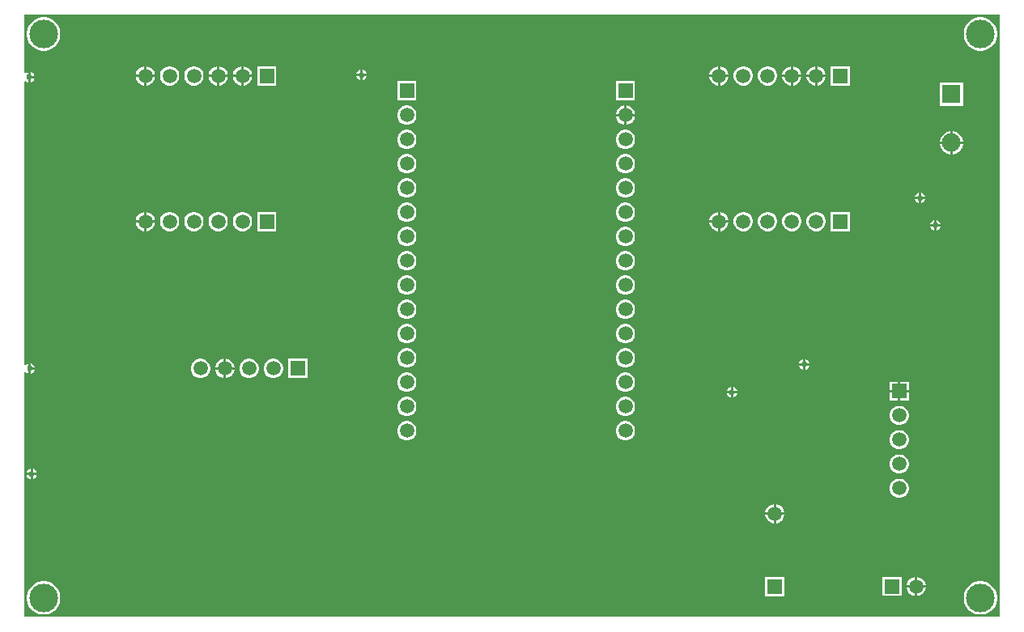
<source format=gbl>
G04*
G04 #@! TF.GenerationSoftware,Altium Limited,Altium Designer,22.8.2 (66)*
G04*
G04 Layer_Physical_Order=2*
G04 Layer_Color=16711680*
%FSLAX44Y44*%
%MOMM*%
G71*
G04*
G04 #@! TF.SameCoordinates,AD83E0BB-F914-43FB-B5B6-00057FB2F5A7*
G04*
G04*
G04 #@! TF.FilePolarity,Positive*
G04*
G01*
G75*
%ADD36C,3.0000*%
%ADD37R,1.9500X1.9500*%
%ADD38C,1.9500*%
%ADD39R,1.5000X1.5000*%
%ADD40C,1.5000*%
%ADD41R,1.5000X1.5000*%
%ADD42C,0.6000*%
G36*
X1030000Y10000D02*
X10000D01*
Y265889D01*
X11270Y266415D01*
X12419Y265267D01*
X14287Y264493D01*
Y269963D01*
Y275434D01*
X12419Y274660D01*
X11270Y273511D01*
X10000Y274037D01*
Y570369D01*
X11270Y570895D01*
X11862Y570303D01*
X13730Y569530D01*
Y575000D01*
Y580470D01*
X11862Y579697D01*
X11270Y579105D01*
X10000Y579631D01*
Y640000D01*
X1030000D01*
Y10000D01*
D02*
G37*
%LPC*%
G36*
X1011728Y637540D02*
X1008272D01*
X1004884Y636866D01*
X1001692Y635544D01*
X998819Y633624D01*
X996376Y631181D01*
X994456Y628308D01*
X993134Y625116D01*
X992460Y621727D01*
Y618273D01*
X993134Y614884D01*
X994456Y611692D01*
X996376Y608819D01*
X998819Y606376D01*
X1001692Y604456D01*
X1004884Y603134D01*
X1008272Y602460D01*
X1011728D01*
X1015116Y603134D01*
X1018308Y604456D01*
X1021181Y606376D01*
X1023624Y608819D01*
X1025544Y611692D01*
X1026866Y614884D01*
X1027540Y618273D01*
Y621727D01*
X1026866Y625116D01*
X1025544Y628308D01*
X1023624Y631181D01*
X1021181Y633624D01*
X1018308Y635544D01*
X1015116Y636866D01*
X1011728Y637540D01*
D02*
G37*
G36*
X31727D02*
X28273D01*
X24884Y636866D01*
X21692Y635544D01*
X18819Y633624D01*
X16376Y631181D01*
X14456Y628308D01*
X13134Y625116D01*
X12460Y621727D01*
Y618273D01*
X13134Y614884D01*
X14456Y611692D01*
X16376Y608819D01*
X18819Y606376D01*
X21692Y604456D01*
X24884Y603134D01*
X28273Y602460D01*
X31727D01*
X35116Y603134D01*
X38308Y604456D01*
X41181Y606376D01*
X43624Y608819D01*
X45544Y611692D01*
X46866Y614884D01*
X47540Y618273D01*
Y621727D01*
X46866Y625116D01*
X45544Y628308D01*
X43624Y631181D01*
X41181Y633624D01*
X38308Y635544D01*
X35116Y636866D01*
X31727Y637540D01*
D02*
G37*
G36*
X364180Y582560D02*
Y578360D01*
X368380D01*
X367607Y580228D01*
X366048Y581787D01*
X364180Y582560D01*
D02*
G37*
G36*
X361640D02*
X359772Y581787D01*
X358213Y580228D01*
X357440Y578360D01*
X361640D01*
Y582560D01*
D02*
G37*
G36*
X839422Y586240D02*
X839370D01*
Y577470D01*
X848140D01*
Y577522D01*
X847456Y580075D01*
X846134Y582365D01*
X844265Y584234D01*
X841975Y585556D01*
X839422Y586240D01*
D02*
G37*
G36*
X814022D02*
X813970D01*
Y577470D01*
X822740D01*
Y577522D01*
X822056Y580075D01*
X820734Y582365D01*
X818865Y584234D01*
X816575Y585556D01*
X814022Y586240D01*
D02*
G37*
G36*
X737822D02*
X737770D01*
Y577470D01*
X746540D01*
Y577522D01*
X745856Y580075D01*
X744534Y582365D01*
X742665Y584234D01*
X740375Y585556D01*
X737822Y586240D01*
D02*
G37*
G36*
X836830D02*
X836778D01*
X834225Y585556D01*
X831935Y584234D01*
X830066Y582365D01*
X828744Y580075D01*
X828060Y577522D01*
Y577470D01*
X836830D01*
Y586240D01*
D02*
G37*
G36*
X811430D02*
X811378D01*
X808825Y585556D01*
X806535Y584234D01*
X804666Y582365D01*
X803344Y580075D01*
X802660Y577522D01*
Y577470D01*
X811430D01*
Y586240D01*
D02*
G37*
G36*
X735230D02*
X735178D01*
X732625Y585556D01*
X730335Y584234D01*
X728466Y582365D01*
X727144Y580075D01*
X726460Y577522D01*
Y577470D01*
X735230D01*
Y586240D01*
D02*
G37*
G36*
X239422D02*
X239370D01*
Y577470D01*
X248140D01*
Y577522D01*
X247456Y580075D01*
X246134Y582365D01*
X244265Y584234D01*
X241975Y585556D01*
X239422Y586240D01*
D02*
G37*
G36*
X214022D02*
X213970D01*
Y577470D01*
X222740D01*
Y577522D01*
X222056Y580075D01*
X220734Y582365D01*
X218865Y584234D01*
X216575Y585556D01*
X214022Y586240D01*
D02*
G37*
G36*
X137822D02*
X137770D01*
Y577470D01*
X146540D01*
Y577522D01*
X145856Y580075D01*
X144534Y582365D01*
X142665Y584234D01*
X140375Y585556D01*
X137822Y586240D01*
D02*
G37*
G36*
X135230D02*
X135178D01*
X132625Y585556D01*
X130335Y584234D01*
X128466Y582365D01*
X127144Y580075D01*
X126460Y577522D01*
Y577470D01*
X135230D01*
Y586240D01*
D02*
G37*
G36*
X236830D02*
X236778D01*
X234225Y585556D01*
X231935Y584234D01*
X230066Y582365D01*
X228744Y580075D01*
X228060Y577522D01*
Y577470D01*
X236830D01*
Y586240D01*
D02*
G37*
G36*
X211430D02*
X211378D01*
X208825Y585556D01*
X206535Y584234D01*
X204666Y582365D01*
X203344Y580075D01*
X202660Y577522D01*
Y577470D01*
X211430D01*
Y586240D01*
D02*
G37*
G36*
X16270Y580470D02*
Y576270D01*
X20470D01*
X19697Y578138D01*
X18138Y579697D01*
X16270Y580470D01*
D02*
G37*
G36*
X368380Y575820D02*
X364180D01*
Y571620D01*
X366048Y572393D01*
X367607Y573952D01*
X368380Y575820D01*
D02*
G37*
G36*
X361640D02*
X357440D01*
X358213Y573952D01*
X359772Y572393D01*
X361640Y571620D01*
Y575820D01*
D02*
G37*
G36*
X20470Y573730D02*
X16270D01*
Y569530D01*
X18138Y570303D01*
X19697Y571862D01*
X20470Y573730D01*
D02*
G37*
G36*
X873540Y586240D02*
X853460D01*
Y566160D01*
X873540D01*
Y586240D01*
D02*
G37*
G36*
X848140Y574930D02*
X839370D01*
Y566160D01*
X839422D01*
X841975Y566844D01*
X844265Y568166D01*
X846134Y570035D01*
X847456Y572325D01*
X848140Y574878D01*
Y574930D01*
D02*
G37*
G36*
X836830D02*
X828060D01*
Y574878D01*
X828744Y572325D01*
X830066Y570035D01*
X831935Y568166D01*
X834225Y566844D01*
X836778Y566160D01*
X836830D01*
Y574930D01*
D02*
G37*
G36*
X822740D02*
X813970D01*
Y566160D01*
X814022D01*
X816575Y566844D01*
X818865Y568166D01*
X820734Y570035D01*
X822056Y572325D01*
X822740Y574878D01*
Y574930D01*
D02*
G37*
G36*
X811430D02*
X802660D01*
Y574878D01*
X803344Y572325D01*
X804666Y570035D01*
X806535Y568166D01*
X808825Y566844D01*
X811378Y566160D01*
X811430D01*
Y574930D01*
D02*
G37*
G36*
X788622Y586240D02*
X785978D01*
X783425Y585556D01*
X781135Y584234D01*
X779266Y582365D01*
X777944Y580075D01*
X777260Y577522D01*
Y574878D01*
X777944Y572325D01*
X779266Y570035D01*
X781135Y568166D01*
X783425Y566844D01*
X785978Y566160D01*
X788622D01*
X791175Y566844D01*
X793465Y568166D01*
X795334Y570035D01*
X796656Y572325D01*
X797340Y574878D01*
Y577522D01*
X796656Y580075D01*
X795334Y582365D01*
X793465Y584234D01*
X791175Y585556D01*
X788622Y586240D01*
D02*
G37*
G36*
X763222D02*
X760578D01*
X758025Y585556D01*
X755735Y584234D01*
X753866Y582365D01*
X752544Y580075D01*
X751860Y577522D01*
Y574878D01*
X752544Y572325D01*
X753866Y570035D01*
X755735Y568166D01*
X758025Y566844D01*
X760578Y566160D01*
X763222D01*
X765775Y566844D01*
X768065Y568166D01*
X769934Y570035D01*
X771256Y572325D01*
X771940Y574878D01*
Y577522D01*
X771256Y580075D01*
X769934Y582365D01*
X768065Y584234D01*
X765775Y585556D01*
X763222Y586240D01*
D02*
G37*
G36*
X746540Y574930D02*
X737770D01*
Y566160D01*
X737822D01*
X740375Y566844D01*
X742665Y568166D01*
X744534Y570035D01*
X745856Y572325D01*
X746540Y574878D01*
Y574930D01*
D02*
G37*
G36*
X735230D02*
X726460D01*
Y574878D01*
X727144Y572325D01*
X728466Y570035D01*
X730335Y568166D01*
X732625Y566844D01*
X735178Y566160D01*
X735230D01*
Y574930D01*
D02*
G37*
G36*
X273540Y586240D02*
X253460D01*
Y566160D01*
X273540D01*
Y586240D01*
D02*
G37*
G36*
X248140Y574930D02*
X239370D01*
Y566160D01*
X239422D01*
X241975Y566844D01*
X244265Y568166D01*
X246134Y570035D01*
X247456Y572325D01*
X248140Y574878D01*
Y574930D01*
D02*
G37*
G36*
X236830D02*
X228060D01*
Y574878D01*
X228744Y572325D01*
X230066Y570035D01*
X231935Y568166D01*
X234225Y566844D01*
X236778Y566160D01*
X236830D01*
Y574930D01*
D02*
G37*
G36*
X222740D02*
X213970D01*
Y566160D01*
X214022D01*
X216575Y566844D01*
X218865Y568166D01*
X220734Y570035D01*
X222056Y572325D01*
X222740Y574878D01*
Y574930D01*
D02*
G37*
G36*
X211430D02*
X202660D01*
Y574878D01*
X203344Y572325D01*
X204666Y570035D01*
X206535Y568166D01*
X208825Y566844D01*
X211378Y566160D01*
X211430D01*
Y574930D01*
D02*
G37*
G36*
X188622Y586240D02*
X185978D01*
X183425Y585556D01*
X181135Y584234D01*
X179266Y582365D01*
X177944Y580075D01*
X177260Y577522D01*
Y574878D01*
X177944Y572325D01*
X179266Y570035D01*
X181135Y568166D01*
X183425Y566844D01*
X185978Y566160D01*
X188622D01*
X191175Y566844D01*
X193465Y568166D01*
X195334Y570035D01*
X196656Y572325D01*
X197340Y574878D01*
Y577522D01*
X196656Y580075D01*
X195334Y582365D01*
X193465Y584234D01*
X191175Y585556D01*
X188622Y586240D01*
D02*
G37*
G36*
X163222D02*
X160578D01*
X158025Y585556D01*
X155735Y584234D01*
X153866Y582365D01*
X152544Y580075D01*
X151860Y577522D01*
Y574878D01*
X152544Y572325D01*
X153866Y570035D01*
X155735Y568166D01*
X158025Y566844D01*
X160578Y566160D01*
X163222D01*
X165775Y566844D01*
X168065Y568166D01*
X169934Y570035D01*
X171256Y572325D01*
X171940Y574878D01*
Y577522D01*
X171256Y580075D01*
X169934Y582365D01*
X168065Y584234D01*
X165775Y585556D01*
X163222Y586240D01*
D02*
G37*
G36*
X146540Y574930D02*
X137770D01*
Y566160D01*
X137822D01*
X140375Y566844D01*
X142665Y568166D01*
X144534Y570035D01*
X145856Y572325D01*
X146540Y574878D01*
Y574930D01*
D02*
G37*
G36*
X135230D02*
X126460D01*
Y574878D01*
X127144Y572325D01*
X128466Y570035D01*
X130335Y568166D01*
X132625Y566844D01*
X135178Y566160D01*
X135230D01*
Y574930D01*
D02*
G37*
G36*
X420040Y570440D02*
X399960D01*
Y550360D01*
X420040D01*
Y570440D01*
D02*
G37*
G36*
X648640Y570440D02*
X628560D01*
Y550360D01*
X648640D01*
Y570440D01*
D02*
G37*
G36*
X992036Y569214D02*
X967456D01*
Y544634D01*
X992036D01*
Y569214D01*
D02*
G37*
G36*
X639922Y545040D02*
X639870D01*
Y536270D01*
X648640D01*
Y536322D01*
X647956Y538875D01*
X646634Y541165D01*
X644765Y543034D01*
X642475Y544356D01*
X639922Y545040D01*
D02*
G37*
G36*
X637330D02*
X637278D01*
X634725Y544356D01*
X632435Y543034D01*
X630566Y541165D01*
X629244Y538875D01*
X628560Y536322D01*
Y536270D01*
X637330D01*
Y545040D01*
D02*
G37*
G36*
X411322Y545040D02*
X408678D01*
X406125Y544356D01*
X403835Y543034D01*
X401966Y541165D01*
X400644Y538875D01*
X399960Y536322D01*
Y533678D01*
X400644Y531125D01*
X401966Y528835D01*
X403835Y526966D01*
X406125Y525644D01*
X408678Y524960D01*
X411322D01*
X413875Y525644D01*
X416165Y526966D01*
X418034Y528835D01*
X419356Y531125D01*
X420040Y533678D01*
Y536322D01*
X419356Y538875D01*
X418034Y541165D01*
X416165Y543034D01*
X413875Y544356D01*
X411322Y545040D01*
D02*
G37*
G36*
X648640Y533730D02*
X639870D01*
Y524960D01*
X639922D01*
X642475Y525644D01*
X644765Y526966D01*
X646634Y528835D01*
X647956Y531125D01*
X648640Y533678D01*
Y533730D01*
D02*
G37*
G36*
X637330D02*
X628560D01*
Y533678D01*
X629244Y531125D01*
X630566Y528835D01*
X632435Y526966D01*
X634725Y525644D01*
X637278Y524960D01*
X637330D01*
Y533730D01*
D02*
G37*
G36*
X981364Y518414D02*
X981016D01*
Y507394D01*
X992036D01*
Y507742D01*
X991198Y510868D01*
X989580Y513670D01*
X987292Y515959D01*
X984490Y517576D01*
X981364Y518414D01*
D02*
G37*
G36*
X978476D02*
X978128D01*
X975002Y517576D01*
X972200Y515959D01*
X969911Y513670D01*
X968294Y510868D01*
X967456Y507742D01*
Y507394D01*
X978476D01*
Y518414D01*
D02*
G37*
G36*
X411322Y519640D02*
X408678D01*
X406125Y518956D01*
X403835Y517634D01*
X401966Y515765D01*
X400644Y513475D01*
X399960Y510922D01*
Y508278D01*
X400644Y505725D01*
X401966Y503435D01*
X403835Y501566D01*
X406125Y500244D01*
X408678Y499560D01*
X411322D01*
X413875Y500244D01*
X416165Y501566D01*
X418034Y503435D01*
X419356Y505725D01*
X420040Y508278D01*
Y510922D01*
X419356Y513475D01*
X418034Y515765D01*
X416165Y517634D01*
X413875Y518956D01*
X411322Y519640D01*
D02*
G37*
G36*
X639922Y519640D02*
X637278D01*
X634725Y518956D01*
X632435Y517634D01*
X630566Y515765D01*
X629244Y513475D01*
X628560Y510922D01*
Y508278D01*
X629244Y505725D01*
X630566Y503435D01*
X632435Y501566D01*
X634725Y500244D01*
X637278Y499560D01*
X639922D01*
X642475Y500244D01*
X644765Y501566D01*
X646634Y503435D01*
X647956Y505725D01*
X648640Y508278D01*
Y510922D01*
X647956Y513475D01*
X646634Y515765D01*
X644765Y517634D01*
X642475Y518956D01*
X639922Y519640D01*
D02*
G37*
G36*
X992036Y504854D02*
X981016D01*
Y493834D01*
X981364D01*
X984490Y494672D01*
X987292Y496290D01*
X989580Y498578D01*
X991198Y501380D01*
X992036Y504506D01*
Y504854D01*
D02*
G37*
G36*
X978476D02*
X967456D01*
Y504506D01*
X968294Y501380D01*
X969911Y498578D01*
X972200Y496290D01*
X975002Y494672D01*
X978128Y493834D01*
X978476D01*
Y504854D01*
D02*
G37*
G36*
X411322Y494240D02*
X408678D01*
X406125Y493556D01*
X403835Y492234D01*
X401966Y490365D01*
X400644Y488075D01*
X399960Y485522D01*
Y482878D01*
X400644Y480325D01*
X401966Y478035D01*
X403835Y476166D01*
X406125Y474844D01*
X408678Y474160D01*
X411322D01*
X413875Y474844D01*
X416165Y476166D01*
X418034Y478035D01*
X419356Y480325D01*
X420040Y482878D01*
Y485522D01*
X419356Y488075D01*
X418034Y490365D01*
X416165Y492234D01*
X413875Y493556D01*
X411322Y494240D01*
D02*
G37*
G36*
X639922Y494240D02*
X637278D01*
X634725Y493556D01*
X632435Y492234D01*
X630566Y490365D01*
X629244Y488075D01*
X628560Y485522D01*
Y482878D01*
X629244Y480325D01*
X630566Y478035D01*
X632435Y476166D01*
X634725Y474844D01*
X637278Y474160D01*
X639922D01*
X642475Y474844D01*
X644765Y476166D01*
X646634Y478035D01*
X647956Y480325D01*
X648640Y482878D01*
Y485522D01*
X647956Y488075D01*
X646634Y490365D01*
X644765Y492234D01*
X642475Y493556D01*
X639922Y494240D01*
D02*
G37*
G36*
X948192Y453950D02*
Y449750D01*
X952392D01*
X951619Y451618D01*
X950060Y453177D01*
X948192Y453950D01*
D02*
G37*
G36*
X945652D02*
X943784Y453177D01*
X942225Y451618D01*
X941452Y449750D01*
X945652D01*
Y453950D01*
D02*
G37*
G36*
X411322Y468840D02*
X408678D01*
X406125Y468156D01*
X403835Y466834D01*
X401966Y464965D01*
X400644Y462675D01*
X399960Y460122D01*
Y457478D01*
X400644Y454925D01*
X401966Y452635D01*
X403835Y450766D01*
X406125Y449444D01*
X408678Y448760D01*
X411322D01*
X413875Y449444D01*
X416165Y450766D01*
X418034Y452635D01*
X419356Y454925D01*
X420040Y457478D01*
Y460122D01*
X419356Y462675D01*
X418034Y464965D01*
X416165Y466834D01*
X413875Y468156D01*
X411322Y468840D01*
D02*
G37*
G36*
X639922Y468840D02*
X637278D01*
X634725Y468156D01*
X632435Y466834D01*
X630566Y464965D01*
X629244Y462675D01*
X628560Y460122D01*
Y457478D01*
X629244Y454925D01*
X630566Y452635D01*
X632435Y450766D01*
X634725Y449444D01*
X637278Y448760D01*
X639922D01*
X642475Y449444D01*
X644765Y450766D01*
X646634Y452635D01*
X647956Y454925D01*
X648640Y457478D01*
Y460122D01*
X647956Y462675D01*
X646634Y464965D01*
X644765Y466834D01*
X642475Y468156D01*
X639922Y468840D01*
D02*
G37*
G36*
X952392Y447210D02*
X948192D01*
Y443010D01*
X950060Y443783D01*
X951619Y445342D01*
X952392Y447210D01*
D02*
G37*
G36*
X945652D02*
X941452D01*
X942225Y445342D01*
X943784Y443783D01*
X945652Y443010D01*
Y447210D01*
D02*
G37*
G36*
X737822Y433840D02*
X737770D01*
Y425070D01*
X746540D01*
Y425122D01*
X745856Y427675D01*
X744534Y429965D01*
X742665Y431834D01*
X740375Y433156D01*
X737822Y433840D01*
D02*
G37*
G36*
X735230D02*
X735178D01*
X732625Y433156D01*
X730335Y431834D01*
X728466Y429965D01*
X727144Y427675D01*
X726460Y425122D01*
Y425070D01*
X735230D01*
Y433840D01*
D02*
G37*
G36*
X137822D02*
X137770D01*
Y425070D01*
X146540D01*
Y425122D01*
X145856Y427675D01*
X144534Y429965D01*
X142665Y431834D01*
X140375Y433156D01*
X137822Y433840D01*
D02*
G37*
G36*
X135230D02*
X135178D01*
X132625Y433156D01*
X130335Y431834D01*
X128466Y429965D01*
X127144Y427675D01*
X126460Y425122D01*
Y425070D01*
X135230D01*
Y433840D01*
D02*
G37*
G36*
X411322Y443440D02*
X408678D01*
X406125Y442756D01*
X403835Y441434D01*
X401966Y439565D01*
X400644Y437275D01*
X399960Y434722D01*
Y432078D01*
X400644Y429525D01*
X401966Y427235D01*
X403835Y425366D01*
X406125Y424044D01*
X408678Y423360D01*
X411322D01*
X413875Y424044D01*
X416165Y425366D01*
X418034Y427235D01*
X419356Y429525D01*
X420040Y432078D01*
Y434722D01*
X419356Y437275D01*
X418034Y439565D01*
X416165Y441434D01*
X413875Y442756D01*
X411322Y443440D01*
D02*
G37*
G36*
X639922Y443440D02*
X637278D01*
X634725Y442756D01*
X632435Y441434D01*
X630566Y439565D01*
X629244Y437275D01*
X628560Y434722D01*
Y432078D01*
X629244Y429525D01*
X630566Y427235D01*
X632435Y425366D01*
X634725Y424044D01*
X637278Y423360D01*
X639922D01*
X642475Y424044D01*
X644765Y425366D01*
X646634Y427235D01*
X647956Y429525D01*
X648640Y432078D01*
Y434722D01*
X647956Y437275D01*
X646634Y439565D01*
X644765Y441434D01*
X642475Y442756D01*
X639922Y443440D01*
D02*
G37*
G36*
X964194Y425248D02*
Y421048D01*
X968394D01*
X967621Y422916D01*
X966062Y424475D01*
X964194Y425248D01*
D02*
G37*
G36*
X961654D02*
X959786Y424475D01*
X958227Y422916D01*
X957454Y421048D01*
X961654D01*
Y425248D01*
D02*
G37*
G36*
X968394Y418508D02*
X964194D01*
Y414308D01*
X966062Y415081D01*
X967621Y416640D01*
X968394Y418508D01*
D02*
G37*
G36*
X961654D02*
X957454D01*
X958227Y416640D01*
X959786Y415081D01*
X961654Y414308D01*
Y418508D01*
D02*
G37*
G36*
X873540Y433840D02*
X853460D01*
Y413760D01*
X873540D01*
Y433840D01*
D02*
G37*
G36*
X839422D02*
X836778D01*
X834225Y433156D01*
X831935Y431834D01*
X830066Y429965D01*
X828744Y427675D01*
X828060Y425122D01*
Y422478D01*
X828744Y419925D01*
X830066Y417635D01*
X831935Y415766D01*
X834225Y414444D01*
X836778Y413760D01*
X839422D01*
X841975Y414444D01*
X844265Y415766D01*
X846134Y417635D01*
X847456Y419925D01*
X848140Y422478D01*
Y425122D01*
X847456Y427675D01*
X846134Y429965D01*
X844265Y431834D01*
X841975Y433156D01*
X839422Y433840D01*
D02*
G37*
G36*
X814022D02*
X811378D01*
X808825Y433156D01*
X806535Y431834D01*
X804666Y429965D01*
X803344Y427675D01*
X802660Y425122D01*
Y422478D01*
X803344Y419925D01*
X804666Y417635D01*
X806535Y415766D01*
X808825Y414444D01*
X811378Y413760D01*
X814022D01*
X816575Y414444D01*
X818865Y415766D01*
X820734Y417635D01*
X822056Y419925D01*
X822740Y422478D01*
Y425122D01*
X822056Y427675D01*
X820734Y429965D01*
X818865Y431834D01*
X816575Y433156D01*
X814022Y433840D01*
D02*
G37*
G36*
X788622D02*
X785978D01*
X783425Y433156D01*
X781135Y431834D01*
X779266Y429965D01*
X777944Y427675D01*
X777260Y425122D01*
Y422478D01*
X777944Y419925D01*
X779266Y417635D01*
X781135Y415766D01*
X783425Y414444D01*
X785978Y413760D01*
X788622D01*
X791175Y414444D01*
X793465Y415766D01*
X795334Y417635D01*
X796656Y419925D01*
X797340Y422478D01*
Y425122D01*
X796656Y427675D01*
X795334Y429965D01*
X793465Y431834D01*
X791175Y433156D01*
X788622Y433840D01*
D02*
G37*
G36*
X763222D02*
X760578D01*
X758025Y433156D01*
X755735Y431834D01*
X753866Y429965D01*
X752544Y427675D01*
X751860Y425122D01*
Y422478D01*
X752544Y419925D01*
X753866Y417635D01*
X755735Y415766D01*
X758025Y414444D01*
X760578Y413760D01*
X763222D01*
X765775Y414444D01*
X768065Y415766D01*
X769934Y417635D01*
X771256Y419925D01*
X771940Y422478D01*
Y425122D01*
X771256Y427675D01*
X769934Y429965D01*
X768065Y431834D01*
X765775Y433156D01*
X763222Y433840D01*
D02*
G37*
G36*
X746540Y422530D02*
X737770D01*
Y413760D01*
X737822D01*
X740375Y414444D01*
X742665Y415766D01*
X744534Y417635D01*
X745856Y419925D01*
X746540Y422478D01*
Y422530D01*
D02*
G37*
G36*
X735230D02*
X726460D01*
Y422478D01*
X727144Y419925D01*
X728466Y417635D01*
X730335Y415766D01*
X732625Y414444D01*
X735178Y413760D01*
X735230D01*
Y422530D01*
D02*
G37*
G36*
X273540Y433840D02*
X253460D01*
Y413760D01*
X273540D01*
Y433840D01*
D02*
G37*
G36*
X239422D02*
X236778D01*
X234225Y433156D01*
X231935Y431834D01*
X230066Y429965D01*
X228744Y427675D01*
X228060Y425122D01*
Y422478D01*
X228744Y419925D01*
X230066Y417635D01*
X231935Y415766D01*
X234225Y414444D01*
X236778Y413760D01*
X239422D01*
X241975Y414444D01*
X244265Y415766D01*
X246134Y417635D01*
X247456Y419925D01*
X248140Y422478D01*
Y425122D01*
X247456Y427675D01*
X246134Y429965D01*
X244265Y431834D01*
X241975Y433156D01*
X239422Y433840D01*
D02*
G37*
G36*
X214022D02*
X211378D01*
X208825Y433156D01*
X206535Y431834D01*
X204666Y429965D01*
X203344Y427675D01*
X202660Y425122D01*
Y422478D01*
X203344Y419925D01*
X204666Y417635D01*
X206535Y415766D01*
X208825Y414444D01*
X211378Y413760D01*
X214022D01*
X216575Y414444D01*
X218865Y415766D01*
X220734Y417635D01*
X222056Y419925D01*
X222740Y422478D01*
Y425122D01*
X222056Y427675D01*
X220734Y429965D01*
X218865Y431834D01*
X216575Y433156D01*
X214022Y433840D01*
D02*
G37*
G36*
X188622D02*
X185978D01*
X183425Y433156D01*
X181135Y431834D01*
X179266Y429965D01*
X177944Y427675D01*
X177260Y425122D01*
Y422478D01*
X177944Y419925D01*
X179266Y417635D01*
X181135Y415766D01*
X183425Y414444D01*
X185978Y413760D01*
X188622D01*
X191175Y414444D01*
X193465Y415766D01*
X195334Y417635D01*
X196656Y419925D01*
X197340Y422478D01*
Y425122D01*
X196656Y427675D01*
X195334Y429965D01*
X193465Y431834D01*
X191175Y433156D01*
X188622Y433840D01*
D02*
G37*
G36*
X163222D02*
X160578D01*
X158025Y433156D01*
X155735Y431834D01*
X153866Y429965D01*
X152544Y427675D01*
X151860Y425122D01*
Y422478D01*
X152544Y419925D01*
X153866Y417635D01*
X155735Y415766D01*
X158025Y414444D01*
X160578Y413760D01*
X163222D01*
X165775Y414444D01*
X168065Y415766D01*
X169934Y417635D01*
X171256Y419925D01*
X171940Y422478D01*
Y425122D01*
X171256Y427675D01*
X169934Y429965D01*
X168065Y431834D01*
X165775Y433156D01*
X163222Y433840D01*
D02*
G37*
G36*
X146540Y422530D02*
X137770D01*
Y413760D01*
X137822D01*
X140375Y414444D01*
X142665Y415766D01*
X144534Y417635D01*
X145856Y419925D01*
X146540Y422478D01*
Y422530D01*
D02*
G37*
G36*
X135230D02*
X126460D01*
Y422478D01*
X127144Y419925D01*
X128466Y417635D01*
X130335Y415766D01*
X132625Y414444D01*
X135178Y413760D01*
X135230D01*
Y422530D01*
D02*
G37*
G36*
X411322Y418040D02*
X408678D01*
X406125Y417356D01*
X403835Y416034D01*
X401966Y414165D01*
X400644Y411875D01*
X399960Y409322D01*
Y406678D01*
X400644Y404125D01*
X401966Y401835D01*
X403835Y399966D01*
X406125Y398644D01*
X408678Y397960D01*
X411322D01*
X413875Y398644D01*
X416165Y399966D01*
X418034Y401835D01*
X419356Y404125D01*
X420040Y406678D01*
Y409322D01*
X419356Y411875D01*
X418034Y414165D01*
X416165Y416034D01*
X413875Y417356D01*
X411322Y418040D01*
D02*
G37*
G36*
X639922Y418040D02*
X637278D01*
X634725Y417356D01*
X632435Y416034D01*
X630566Y414165D01*
X629244Y411875D01*
X628560Y409322D01*
Y406678D01*
X629244Y404125D01*
X630566Y401835D01*
X632435Y399966D01*
X634725Y398644D01*
X637278Y397960D01*
X639922D01*
X642475Y398644D01*
X644765Y399966D01*
X646634Y401835D01*
X647956Y404125D01*
X648640Y406678D01*
Y409322D01*
X647956Y411875D01*
X646634Y414165D01*
X644765Y416034D01*
X642475Y417356D01*
X639922Y418040D01*
D02*
G37*
G36*
X411322Y392640D02*
X408678D01*
X406125Y391956D01*
X403835Y390634D01*
X401966Y388765D01*
X400644Y386475D01*
X399960Y383922D01*
Y381278D01*
X400644Y378725D01*
X401966Y376435D01*
X403835Y374566D01*
X406125Y373244D01*
X408678Y372560D01*
X411322D01*
X413875Y373244D01*
X416165Y374566D01*
X418034Y376435D01*
X419356Y378725D01*
X420040Y381278D01*
Y383922D01*
X419356Y386475D01*
X418034Y388765D01*
X416165Y390634D01*
X413875Y391956D01*
X411322Y392640D01*
D02*
G37*
G36*
X639922Y392640D02*
X637278D01*
X634725Y391956D01*
X632435Y390634D01*
X630566Y388765D01*
X629244Y386475D01*
X628560Y383922D01*
Y381278D01*
X629244Y378725D01*
X630566Y376435D01*
X632435Y374566D01*
X634725Y373244D01*
X637278Y372560D01*
X639922D01*
X642475Y373244D01*
X644765Y374566D01*
X646634Y376435D01*
X647956Y378725D01*
X648640Y381278D01*
Y383922D01*
X647956Y386475D01*
X646634Y388765D01*
X644765Y390634D01*
X642475Y391956D01*
X639922Y392640D01*
D02*
G37*
G36*
X411322Y367240D02*
X408678D01*
X406125Y366556D01*
X403835Y365234D01*
X401966Y363365D01*
X400644Y361075D01*
X399960Y358522D01*
Y355878D01*
X400644Y353325D01*
X401966Y351035D01*
X403835Y349166D01*
X406125Y347844D01*
X408678Y347160D01*
X411322D01*
X413875Y347844D01*
X416165Y349166D01*
X418034Y351035D01*
X419356Y353325D01*
X420040Y355878D01*
Y358522D01*
X419356Y361075D01*
X418034Y363365D01*
X416165Y365234D01*
X413875Y366556D01*
X411322Y367240D01*
D02*
G37*
G36*
X639922Y367240D02*
X637278D01*
X634725Y366556D01*
X632435Y365234D01*
X630566Y363365D01*
X629244Y361075D01*
X628560Y358522D01*
Y355878D01*
X629244Y353325D01*
X630566Y351035D01*
X632435Y349166D01*
X634725Y347844D01*
X637278Y347160D01*
X639922D01*
X642475Y347844D01*
X644765Y349166D01*
X646634Y351035D01*
X647956Y353325D01*
X648640Y355878D01*
Y358522D01*
X647956Y361075D01*
X646634Y363365D01*
X644765Y365234D01*
X642475Y366556D01*
X639922Y367240D01*
D02*
G37*
G36*
X411322Y341840D02*
X408678D01*
X406125Y341156D01*
X403835Y339834D01*
X401966Y337965D01*
X400644Y335675D01*
X399960Y333122D01*
Y330478D01*
X400644Y327925D01*
X401966Y325635D01*
X403835Y323766D01*
X406125Y322444D01*
X408678Y321760D01*
X411322D01*
X413875Y322444D01*
X416165Y323766D01*
X418034Y325635D01*
X419356Y327925D01*
X420040Y330478D01*
Y333122D01*
X419356Y335675D01*
X418034Y337965D01*
X416165Y339834D01*
X413875Y341156D01*
X411322Y341840D01*
D02*
G37*
G36*
X639922Y341840D02*
X637278D01*
X634725Y341156D01*
X632435Y339834D01*
X630566Y337965D01*
X629244Y335675D01*
X628560Y333122D01*
Y330478D01*
X629244Y327925D01*
X630566Y325635D01*
X632435Y323766D01*
X634725Y322444D01*
X637278Y321760D01*
X639922D01*
X642475Y322444D01*
X644765Y323766D01*
X646634Y325635D01*
X647956Y327925D01*
X648640Y330478D01*
Y333122D01*
X647956Y335675D01*
X646634Y337965D01*
X644765Y339834D01*
X642475Y341156D01*
X639922Y341840D01*
D02*
G37*
G36*
X411322Y316440D02*
X408678D01*
X406125Y315756D01*
X403835Y314434D01*
X401966Y312565D01*
X400644Y310275D01*
X399960Y307722D01*
Y305078D01*
X400644Y302525D01*
X401966Y300235D01*
X403835Y298366D01*
X406125Y297044D01*
X408678Y296360D01*
X411322D01*
X413875Y297044D01*
X416165Y298366D01*
X418034Y300235D01*
X419356Y302525D01*
X420040Y305078D01*
Y307722D01*
X419356Y310275D01*
X418034Y312565D01*
X416165Y314434D01*
X413875Y315756D01*
X411322Y316440D01*
D02*
G37*
G36*
X639922Y316440D02*
X637278D01*
X634725Y315756D01*
X632435Y314434D01*
X630566Y312565D01*
X629244Y310275D01*
X628560Y307722D01*
Y305078D01*
X629244Y302525D01*
X630566Y300235D01*
X632435Y298366D01*
X634725Y297044D01*
X637278Y296360D01*
X639922D01*
X642475Y297044D01*
X644765Y298366D01*
X646634Y300235D01*
X647956Y302525D01*
X648640Y305078D01*
Y307722D01*
X647956Y310275D01*
X646634Y312565D01*
X644765Y314434D01*
X642475Y315756D01*
X639922Y316440D01*
D02*
G37*
G36*
X827220Y279790D02*
Y275590D01*
X831420D01*
X830647Y277458D01*
X829088Y279017D01*
X827220Y279790D01*
D02*
G37*
G36*
X824680D02*
X822812Y279017D01*
X821253Y277458D01*
X820480Y275590D01*
X824680D01*
Y279790D01*
D02*
G37*
G36*
X220922Y280040D02*
X220870D01*
Y271270D01*
X229640D01*
Y271322D01*
X228956Y273875D01*
X227634Y276165D01*
X225765Y278034D01*
X223475Y279356D01*
X220922Y280040D01*
D02*
G37*
G36*
X218330D02*
X218278D01*
X215725Y279356D01*
X213435Y278034D01*
X211566Y276165D01*
X210244Y273875D01*
X209560Y271322D01*
Y271270D01*
X218330D01*
Y280040D01*
D02*
G37*
G36*
X16827Y275434D02*
Y271233D01*
X21027D01*
X20253Y273102D01*
X18695Y274660D01*
X16827Y275434D01*
D02*
G37*
G36*
X411322Y291040D02*
X408678D01*
X406125Y290356D01*
X403835Y289034D01*
X401966Y287165D01*
X400644Y284875D01*
X399960Y282322D01*
Y279678D01*
X400644Y277125D01*
X401966Y274835D01*
X403835Y272966D01*
X406125Y271644D01*
X408678Y270960D01*
X411322D01*
X413875Y271644D01*
X416165Y272966D01*
X418034Y274835D01*
X419356Y277125D01*
X420040Y279678D01*
Y282322D01*
X419356Y284875D01*
X418034Y287165D01*
X416165Y289034D01*
X413875Y290356D01*
X411322Y291040D01*
D02*
G37*
G36*
X639922Y291040D02*
X637278D01*
X634725Y290356D01*
X632435Y289034D01*
X630566Y287165D01*
X629244Y284875D01*
X628560Y282322D01*
Y279678D01*
X629244Y277125D01*
X630566Y274835D01*
X632435Y272966D01*
X634725Y271644D01*
X637278Y270960D01*
X639922D01*
X642475Y271644D01*
X644765Y272966D01*
X646634Y274835D01*
X647956Y277125D01*
X648640Y279678D01*
Y282322D01*
X647956Y284875D01*
X646634Y287165D01*
X644765Y289034D01*
X642475Y290356D01*
X639922Y291040D01*
D02*
G37*
G36*
X831420Y273050D02*
X827220D01*
Y268850D01*
X829088Y269623D01*
X830647Y271182D01*
X831420Y273050D01*
D02*
G37*
G36*
X824680D02*
X820480D01*
X821253Y271182D01*
X822812Y269623D01*
X824680Y268850D01*
Y273050D01*
D02*
G37*
G36*
X21027Y268693D02*
X16827D01*
Y264493D01*
X18695Y265267D01*
X20253Y266825D01*
X21027Y268693D01*
D02*
G37*
G36*
X305840Y280040D02*
X285760D01*
Y259960D01*
X305840D01*
Y280040D01*
D02*
G37*
G36*
X271722D02*
X269078D01*
X266525Y279356D01*
X264235Y278034D01*
X262366Y276165D01*
X261044Y273875D01*
X260360Y271322D01*
Y268678D01*
X261044Y266125D01*
X262366Y263835D01*
X264235Y261966D01*
X266525Y260644D01*
X269078Y259960D01*
X271722D01*
X274275Y260644D01*
X276565Y261966D01*
X278434Y263835D01*
X279756Y266125D01*
X280440Y268678D01*
Y271322D01*
X279756Y273875D01*
X278434Y276165D01*
X276565Y278034D01*
X274275Y279356D01*
X271722Y280040D01*
D02*
G37*
G36*
X246322D02*
X243678D01*
X241125Y279356D01*
X238835Y278034D01*
X236966Y276165D01*
X235644Y273875D01*
X234960Y271322D01*
Y268678D01*
X235644Y266125D01*
X236966Y263835D01*
X238835Y261966D01*
X241125Y260644D01*
X243678Y259960D01*
X246322D01*
X248875Y260644D01*
X251165Y261966D01*
X253034Y263835D01*
X254356Y266125D01*
X255040Y268678D01*
Y271322D01*
X254356Y273875D01*
X253034Y276165D01*
X251165Y278034D01*
X248875Y279356D01*
X246322Y280040D01*
D02*
G37*
G36*
X229640Y268730D02*
X220870D01*
Y259960D01*
X220922D01*
X223475Y260644D01*
X225765Y261966D01*
X227634Y263835D01*
X228956Y266125D01*
X229640Y268678D01*
Y268730D01*
D02*
G37*
G36*
X218330D02*
X209560D01*
Y268678D01*
X210244Y266125D01*
X211566Y263835D01*
X213435Y261966D01*
X215725Y260644D01*
X218278Y259960D01*
X218330D01*
Y268730D01*
D02*
G37*
G36*
X195522Y280040D02*
X192878D01*
X190325Y279356D01*
X188035Y278034D01*
X186166Y276165D01*
X184844Y273875D01*
X184160Y271322D01*
Y268678D01*
X184844Y266125D01*
X186166Y263835D01*
X188035Y261966D01*
X190325Y260644D01*
X192878Y259960D01*
X195522D01*
X198075Y260644D01*
X200365Y261966D01*
X202234Y263835D01*
X203556Y266125D01*
X204240Y268678D01*
Y271322D01*
X203556Y273875D01*
X202234Y276165D01*
X200365Y278034D01*
X198075Y279356D01*
X195522Y280040D01*
D02*
G37*
G36*
X935040Y256240D02*
X926270D01*
Y247470D01*
X935040D01*
Y256240D01*
D02*
G37*
G36*
X923730D02*
X914960D01*
Y247470D01*
X923730D01*
Y256240D01*
D02*
G37*
G36*
X751270Y250470D02*
Y246270D01*
X755470D01*
X754697Y248138D01*
X753138Y249697D01*
X751270Y250470D01*
D02*
G37*
G36*
X748730D02*
X746862Y249697D01*
X745303Y248138D01*
X744530Y246270D01*
X748730D01*
Y250470D01*
D02*
G37*
G36*
X411322Y265640D02*
X408678D01*
X406125Y264956D01*
X403835Y263634D01*
X401966Y261765D01*
X400644Y259475D01*
X399960Y256922D01*
Y254278D01*
X400644Y251725D01*
X401966Y249435D01*
X403835Y247566D01*
X406125Y246244D01*
X408678Y245560D01*
X411322D01*
X413875Y246244D01*
X416165Y247566D01*
X418034Y249435D01*
X419356Y251725D01*
X420040Y254278D01*
Y256922D01*
X419356Y259475D01*
X418034Y261765D01*
X416165Y263634D01*
X413875Y264956D01*
X411322Y265640D01*
D02*
G37*
G36*
X639922Y265640D02*
X637278D01*
X634725Y264956D01*
X632435Y263634D01*
X630566Y261765D01*
X629244Y259475D01*
X628560Y256922D01*
Y254278D01*
X629244Y251725D01*
X630566Y249435D01*
X632435Y247566D01*
X634725Y246244D01*
X637278Y245560D01*
X639922D01*
X642475Y246244D01*
X644765Y247566D01*
X646634Y249435D01*
X647956Y251725D01*
X648640Y254278D01*
Y256922D01*
X647956Y259475D01*
X646634Y261765D01*
X644765Y263634D01*
X642475Y264956D01*
X639922Y265640D01*
D02*
G37*
G36*
X755470Y243730D02*
X751270D01*
Y239530D01*
X753138Y240303D01*
X754697Y241862D01*
X755470Y243730D01*
D02*
G37*
G36*
X748730D02*
X744530D01*
X745303Y241862D01*
X746862Y240303D01*
X748730Y239530D01*
Y243730D01*
D02*
G37*
G36*
X935040Y244930D02*
X926270D01*
Y236160D01*
X935040D01*
Y244930D01*
D02*
G37*
G36*
X923730D02*
X914960D01*
Y236160D01*
X923730D01*
Y244930D01*
D02*
G37*
G36*
X411322Y240240D02*
X408678D01*
X406125Y239556D01*
X403835Y238234D01*
X401966Y236365D01*
X400644Y234075D01*
X399960Y231522D01*
Y228878D01*
X400644Y226325D01*
X401966Y224035D01*
X403835Y222166D01*
X406125Y220844D01*
X408678Y220160D01*
X411322D01*
X413875Y220844D01*
X416165Y222166D01*
X418034Y224035D01*
X419356Y226325D01*
X420040Y228878D01*
Y231522D01*
X419356Y234075D01*
X418034Y236365D01*
X416165Y238234D01*
X413875Y239556D01*
X411322Y240240D01*
D02*
G37*
G36*
X639922Y240240D02*
X637278D01*
X634725Y239556D01*
X632435Y238234D01*
X630566Y236365D01*
X629244Y234075D01*
X628560Y231522D01*
Y228878D01*
X629244Y226325D01*
X630566Y224035D01*
X632435Y222166D01*
X634725Y220844D01*
X637278Y220160D01*
X639922D01*
X642475Y220844D01*
X644765Y222166D01*
X646634Y224035D01*
X647956Y226325D01*
X648640Y228878D01*
Y231522D01*
X647956Y234075D01*
X646634Y236365D01*
X644765Y238234D01*
X642475Y239556D01*
X639922Y240240D01*
D02*
G37*
G36*
X926322Y230840D02*
X923678D01*
X921125Y230156D01*
X918835Y228834D01*
X916966Y226965D01*
X915644Y224675D01*
X914960Y222122D01*
Y219478D01*
X915644Y216925D01*
X916966Y214635D01*
X918835Y212766D01*
X921125Y211444D01*
X923678Y210760D01*
X926322D01*
X928875Y211444D01*
X931165Y212766D01*
X933034Y214635D01*
X934356Y216925D01*
X935040Y219478D01*
Y222122D01*
X934356Y224675D01*
X933034Y226965D01*
X931165Y228834D01*
X928875Y230156D01*
X926322Y230840D01*
D02*
G37*
G36*
X411322Y214840D02*
X408678D01*
X406125Y214156D01*
X403835Y212834D01*
X401966Y210965D01*
X400644Y208675D01*
X399960Y206122D01*
Y203478D01*
X400644Y200925D01*
X401966Y198635D01*
X403835Y196766D01*
X406125Y195444D01*
X408678Y194760D01*
X411322D01*
X413875Y195444D01*
X416165Y196766D01*
X418034Y198635D01*
X419356Y200925D01*
X420040Y203478D01*
Y206122D01*
X419356Y208675D01*
X418034Y210965D01*
X416165Y212834D01*
X413875Y214156D01*
X411322Y214840D01*
D02*
G37*
G36*
X639922Y214840D02*
X637278D01*
X634725Y214156D01*
X632435Y212834D01*
X630566Y210965D01*
X629244Y208675D01*
X628560Y206122D01*
Y203478D01*
X629244Y200925D01*
X630566Y198635D01*
X632435Y196766D01*
X634725Y195444D01*
X637278Y194760D01*
X639922D01*
X642475Y195444D01*
X644765Y196766D01*
X646634Y198635D01*
X647956Y200925D01*
X648640Y203478D01*
Y206122D01*
X647956Y208675D01*
X646634Y210965D01*
X644765Y212834D01*
X642475Y214156D01*
X639922Y214840D01*
D02*
G37*
G36*
X926322Y205440D02*
X923678D01*
X921125Y204756D01*
X918835Y203434D01*
X916966Y201565D01*
X915644Y199275D01*
X914960Y196722D01*
Y194078D01*
X915644Y191525D01*
X916966Y189235D01*
X918835Y187366D01*
X921125Y186044D01*
X923678Y185360D01*
X926322D01*
X928875Y186044D01*
X931165Y187366D01*
X933034Y189235D01*
X934356Y191525D01*
X935040Y194078D01*
Y196722D01*
X934356Y199275D01*
X933034Y201565D01*
X931165Y203434D01*
X928875Y204756D01*
X926322Y205440D01*
D02*
G37*
G36*
X18796Y165236D02*
Y161036D01*
X22996D01*
X22223Y162904D01*
X20664Y164463D01*
X18796Y165236D01*
D02*
G37*
G36*
X16256D02*
X14388Y164463D01*
X12829Y162904D01*
X12056Y161036D01*
X16256D01*
Y165236D01*
D02*
G37*
G36*
X926322Y180040D02*
X923678D01*
X921125Y179356D01*
X918835Y178034D01*
X916966Y176165D01*
X915644Y173875D01*
X914960Y171322D01*
Y168678D01*
X915644Y166125D01*
X916966Y163835D01*
X918835Y161966D01*
X921125Y160644D01*
X923678Y159960D01*
X926322D01*
X928875Y160644D01*
X931165Y161966D01*
X933034Y163835D01*
X934356Y166125D01*
X935040Y168678D01*
Y171322D01*
X934356Y173875D01*
X933034Y176165D01*
X931165Y178034D01*
X928875Y179356D01*
X926322Y180040D01*
D02*
G37*
G36*
X22996Y158496D02*
X18796D01*
Y154296D01*
X20664Y155069D01*
X22223Y156628D01*
X22996Y158496D01*
D02*
G37*
G36*
X16256D02*
X12056D01*
X12829Y156628D01*
X14388Y155069D01*
X16256Y154296D01*
Y158496D01*
D02*
G37*
G36*
X926322Y154640D02*
X923678D01*
X921125Y153956D01*
X918835Y152634D01*
X916966Y150765D01*
X915644Y148475D01*
X914960Y145922D01*
Y143278D01*
X915644Y140725D01*
X916966Y138435D01*
X918835Y136566D01*
X921125Y135244D01*
X923678Y134560D01*
X926322D01*
X928875Y135244D01*
X931165Y136566D01*
X933034Y138435D01*
X934356Y140725D01*
X935040Y143278D01*
Y145922D01*
X934356Y148475D01*
X933034Y150765D01*
X931165Y152634D01*
X928875Y153956D01*
X926322Y154640D01*
D02*
G37*
G36*
X796322Y128140D02*
X796270D01*
Y119370D01*
X805040D01*
Y119422D01*
X804356Y121975D01*
X803034Y124265D01*
X801165Y126134D01*
X798875Y127456D01*
X796322Y128140D01*
D02*
G37*
G36*
X793730D02*
X793678D01*
X791125Y127456D01*
X788835Y126134D01*
X786966Y124265D01*
X785644Y121975D01*
X784960Y119422D01*
Y119370D01*
X793730D01*
Y128140D01*
D02*
G37*
G36*
X805040Y116830D02*
X796270D01*
Y108060D01*
X796322D01*
X798875Y108744D01*
X801165Y110066D01*
X803034Y111935D01*
X804356Y114225D01*
X805040Y116778D01*
Y116830D01*
D02*
G37*
G36*
X793730D02*
X784960D01*
Y116778D01*
X785644Y114225D01*
X786966Y111935D01*
X788835Y110066D01*
X791125Y108744D01*
X793678Y108060D01*
X793730D01*
Y116830D01*
D02*
G37*
G36*
X944022Y52040D02*
X943970D01*
Y43270D01*
X952740D01*
Y43322D01*
X952056Y45875D01*
X950734Y48165D01*
X948865Y50034D01*
X946575Y51356D01*
X944022Y52040D01*
D02*
G37*
G36*
X941430D02*
X941378D01*
X938825Y51356D01*
X936535Y50034D01*
X934666Y48165D01*
X933344Y45875D01*
X932660Y43322D01*
Y43270D01*
X941430D01*
Y52040D01*
D02*
G37*
G36*
X952740Y40730D02*
X943970D01*
Y31960D01*
X944022D01*
X946575Y32644D01*
X948865Y33966D01*
X950734Y35835D01*
X952056Y38125D01*
X952740Y40678D01*
Y40730D01*
D02*
G37*
G36*
X941430D02*
X932660D01*
Y40678D01*
X933344Y38125D01*
X934666Y35835D01*
X936535Y33966D01*
X938825Y32644D01*
X941378Y31960D01*
X941430D01*
Y40730D01*
D02*
G37*
G36*
X927340Y52040D02*
X907260D01*
Y31960D01*
X927340D01*
Y52040D01*
D02*
G37*
G36*
X805040Y51940D02*
X784960D01*
Y31860D01*
X805040D01*
Y51940D01*
D02*
G37*
G36*
X1011728Y47540D02*
X1008272D01*
X1004884Y46866D01*
X1001692Y45544D01*
X998819Y43624D01*
X996376Y41181D01*
X994456Y38308D01*
X993134Y35116D01*
X992460Y31727D01*
Y28273D01*
X993134Y24884D01*
X994456Y21692D01*
X996376Y18819D01*
X998819Y16376D01*
X1001692Y14456D01*
X1004884Y13134D01*
X1008272Y12460D01*
X1011728D01*
X1015116Y13134D01*
X1018308Y14456D01*
X1021181Y16376D01*
X1023624Y18819D01*
X1025544Y21692D01*
X1026866Y24884D01*
X1027540Y28273D01*
Y31727D01*
X1026866Y35116D01*
X1025544Y38308D01*
X1023624Y41181D01*
X1021181Y43624D01*
X1018308Y45544D01*
X1015116Y46866D01*
X1011728Y47540D01*
D02*
G37*
G36*
X31727D02*
X28273D01*
X24884Y46866D01*
X21692Y45544D01*
X18819Y43624D01*
X16376Y41181D01*
X14456Y38308D01*
X13134Y35116D01*
X12460Y31727D01*
Y28273D01*
X13134Y24884D01*
X14456Y21692D01*
X16376Y18819D01*
X18819Y16376D01*
X21692Y14456D01*
X24884Y13134D01*
X28273Y12460D01*
X31727D01*
X35116Y13134D01*
X38308Y14456D01*
X41181Y16376D01*
X43624Y18819D01*
X45544Y21692D01*
X46866Y24884D01*
X47540Y28273D01*
Y31727D01*
X46866Y35116D01*
X45544Y38308D01*
X43624Y41181D01*
X41181Y43624D01*
X38308Y45544D01*
X35116Y46866D01*
X31727Y47540D01*
D02*
G37*
%LPD*%
D36*
X30000Y620000D02*
D03*
X1010000Y30000D02*
D03*
Y620000D02*
D03*
X30000Y30000D02*
D03*
D37*
X979746Y556924D02*
D03*
D38*
Y506124D02*
D03*
D39*
X917300Y42000D02*
D03*
X795000Y41900D02*
D03*
X295800Y270000D02*
D03*
D40*
X942700Y42000D02*
D03*
X795000Y118100D02*
D03*
X270400Y270000D02*
D03*
X245000D02*
D03*
X219600D02*
D03*
X194200D02*
D03*
X187300Y576200D02*
D03*
X161900D02*
D03*
X136500D02*
D03*
X212700D02*
D03*
X238100D02*
D03*
X212700Y423800D02*
D03*
X238100D02*
D03*
X187300D02*
D03*
X136500D02*
D03*
X161900D02*
D03*
X761900D02*
D03*
X736500D02*
D03*
X787300D02*
D03*
X838100D02*
D03*
X812700D02*
D03*
X838100Y576200D02*
D03*
X812700D02*
D03*
X736500D02*
D03*
X761900D02*
D03*
X787300D02*
D03*
X638600Y535000D02*
D03*
Y509600D02*
D03*
Y408000D02*
D03*
Y458800D02*
D03*
Y484200D02*
D03*
Y382600D02*
D03*
Y204800D02*
D03*
Y230200D02*
D03*
Y255600D02*
D03*
Y281000D02*
D03*
Y306400D02*
D03*
Y331800D02*
D03*
Y357200D02*
D03*
Y433400D02*
D03*
X410000Y230200D02*
D03*
Y306400D02*
D03*
Y331800D02*
D03*
Y357200D02*
D03*
Y382600D02*
D03*
Y408000D02*
D03*
Y433400D02*
D03*
Y458800D02*
D03*
Y484200D02*
D03*
Y509600D02*
D03*
Y535000D02*
D03*
Y204800D02*
D03*
Y255600D02*
D03*
Y281000D02*
D03*
X925000Y144600D02*
D03*
Y170000D02*
D03*
Y195400D02*
D03*
Y220800D02*
D03*
D41*
X263500Y423800D02*
D03*
Y576200D02*
D03*
X863500D02*
D03*
Y423800D02*
D03*
X410000Y560400D02*
D03*
X638600Y560400D02*
D03*
X925000Y246200D02*
D03*
D42*
X825950Y274320D02*
D03*
X362910Y577090D02*
D03*
X750000Y245000D02*
D03*
X946922Y448480D02*
D03*
X962924Y419778D02*
D03*
X17526Y159766D02*
D03*
X15557Y269963D02*
D03*
X15000Y575000D02*
D03*
M02*

</source>
